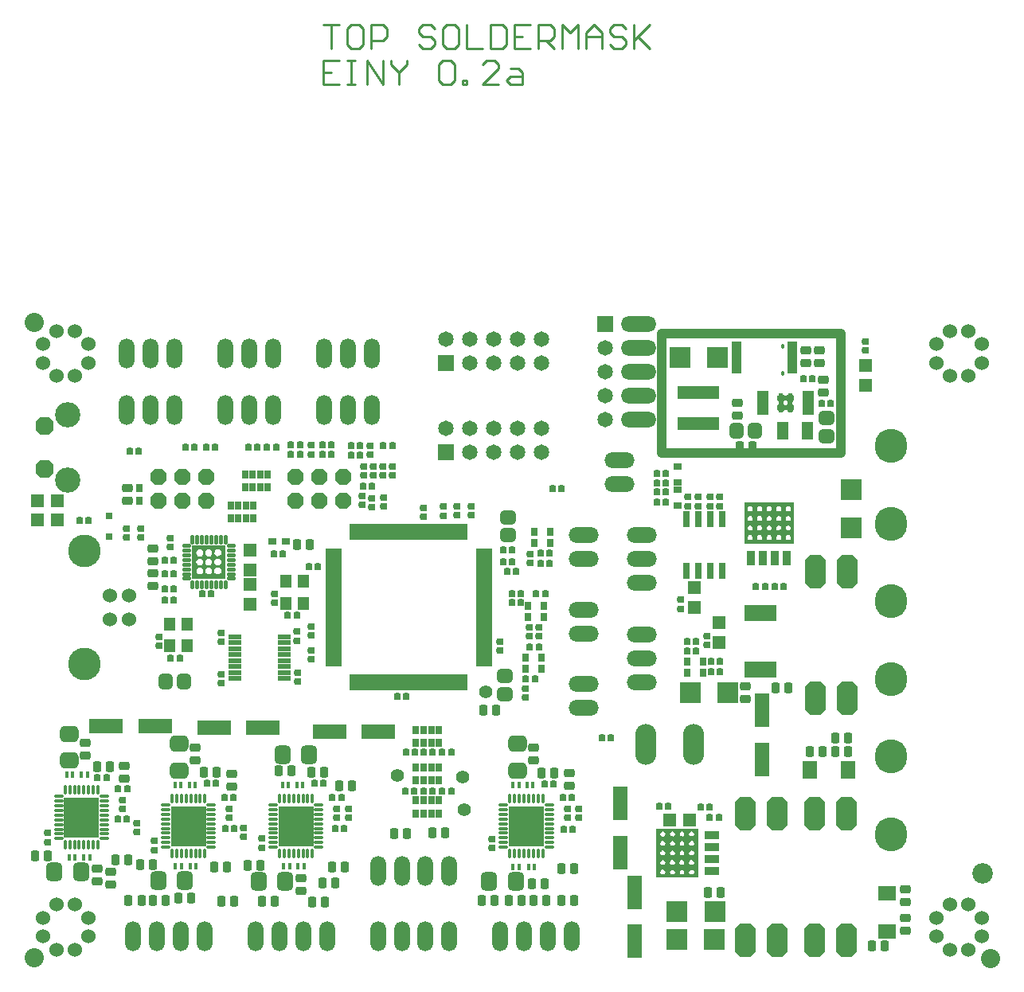
<source format=gts>
G04 Layer_Color=8388736*
%FSLAX25Y25*%
%MOIN*%
G70*
G01*
G75*
%ADD27C,0.06000*%
%ADD60C,0.01000*%
%ADD76C,0.01500*%
%ADD179C,0.03937*%
%ADD180R,0.04600X0.01300*%
%ADD181R,0.05300X0.01700*%
G04:AMPARAMS|DCode=182|XSize=28mil|YSize=30mil|CornerRadius=7.4mil|HoleSize=0mil|Usage=FLASHONLY|Rotation=0.000|XOffset=0mil|YOffset=0mil|HoleType=Round|Shape=RoundedRectangle|*
%AMROUNDEDRECTD182*
21,1,0.02800,0.01520,0,0,0.0*
21,1,0.01320,0.03000,0,0,0.0*
1,1,0.01480,0.00660,-0.00760*
1,1,0.01480,-0.00660,-0.00760*
1,1,0.01480,-0.00660,0.00760*
1,1,0.01480,0.00660,0.00760*
%
%ADD182ROUNDEDRECTD182*%
%ADD183R,0.02962X0.03750*%
G04:AMPARAMS|DCode=184|XSize=28mil|YSize=30mil|CornerRadius=7.4mil|HoleSize=0mil|Usage=FLASHONLY|Rotation=90.000|XOffset=0mil|YOffset=0mil|HoleType=Round|Shape=RoundedRectangle|*
%AMROUNDEDRECTD184*
21,1,0.02800,0.01520,0,0,90.0*
21,1,0.01320,0.03000,0,0,90.0*
1,1,0.01480,0.00760,0.00660*
1,1,0.01480,0.00760,-0.00660*
1,1,0.01480,-0.00760,-0.00660*
1,1,0.01480,-0.00760,0.00660*
%
%ADD184ROUNDEDRECTD184*%
%ADD185R,0.02600X0.03200*%
%ADD186R,0.06112X0.13986*%
G04:AMPARAMS|DCode=187|XSize=35.13mil|YSize=45.37mil|CornerRadius=8.83mil|HoleSize=0mil|Usage=FLASHONLY|Rotation=0.000|XOffset=0mil|YOffset=0mil|HoleType=Round|Shape=RoundedRectangle|*
%AMROUNDEDRECTD187*
21,1,0.03513,0.02772,0,0,0.0*
21,1,0.01748,0.04537,0,0,0.0*
1,1,0.01765,0.00874,-0.01386*
1,1,0.01765,-0.00874,-0.01386*
1,1,0.01765,-0.00874,0.01386*
1,1,0.01765,0.00874,0.01386*
%
%ADD187ROUNDEDRECTD187*%
G04:AMPARAMS|DCode=188|XSize=69mil|YSize=77mil|CornerRadius=18.75mil|HoleSize=0mil|Usage=FLASHONLY|Rotation=90.000|XOffset=0mil|YOffset=0mil|HoleType=Round|Shape=RoundedRectangle|*
%AMROUNDEDRECTD188*
21,1,0.06900,0.03950,0,0,90.0*
21,1,0.03150,0.07700,0,0,90.0*
1,1,0.03750,0.01975,0.01575*
1,1,0.03750,0.01975,-0.01575*
1,1,0.03750,-0.01975,-0.01575*
1,1,0.03750,-0.01975,0.01575*
%
%ADD188ROUNDEDRECTD188*%
G04:AMPARAMS|DCode=189|XSize=35.13mil|YSize=45.37mil|CornerRadius=8.83mil|HoleSize=0mil|Usage=FLASHONLY|Rotation=270.000|XOffset=0mil|YOffset=0mil|HoleType=Round|Shape=RoundedRectangle|*
%AMROUNDEDRECTD189*
21,1,0.03513,0.02772,0,0,270.0*
21,1,0.01748,0.04537,0,0,270.0*
1,1,0.01765,-0.01386,-0.00874*
1,1,0.01765,-0.01386,0.00874*
1,1,0.01765,0.01386,0.00874*
1,1,0.01765,0.01386,-0.00874*
%
%ADD189ROUNDEDRECTD189*%
G04:AMPARAMS|DCode=190|XSize=69mil|YSize=77mil|CornerRadius=18.75mil|HoleSize=0mil|Usage=FLASHONLY|Rotation=180.000|XOffset=0mil|YOffset=0mil|HoleType=Round|Shape=RoundedRectangle|*
%AMROUNDEDRECTD190*
21,1,0.06900,0.03950,0,0,180.0*
21,1,0.03150,0.07700,0,0,180.0*
1,1,0.03750,-0.01575,0.01975*
1,1,0.03750,0.01575,0.01975*
1,1,0.03750,0.01575,-0.01975*
1,1,0.03750,-0.01575,-0.01975*
%
%ADD190ROUNDEDRECTD190*%
%ADD191R,0.14773X0.16742*%
%ADD192O,0.01584X0.03947*%
%ADD193O,0.03947X0.01584*%
%ADD194R,0.13986X0.06112*%
%ADD195R,0.06200X0.03400*%
%ADD196R,0.04143X0.13592*%
%ADD197R,0.03000X0.03000*%
%ADD198R,0.06800X0.02000*%
%ADD199R,0.02000X0.06800*%
%ADD200R,0.05400X0.05400*%
%ADD201R,0.05400X0.05400*%
G04:AMPARAMS|DCode=202|XSize=14.96mil|YSize=35.43mil|CornerRadius=6.38mil|HoleSize=0mil|Usage=FLASHONLY|Rotation=180.000|XOffset=0mil|YOffset=0mil|HoleType=Round|Shape=RoundedRectangle|*
%AMROUNDEDRECTD202*
21,1,0.01496,0.02268,0,0,180.0*
21,1,0.00221,0.03543,0,0,180.0*
1,1,0.01276,-0.00110,0.01134*
1,1,0.01276,0.00110,0.01134*
1,1,0.01276,0.00110,-0.01134*
1,1,0.01276,-0.00110,-0.01134*
%
%ADD202ROUNDEDRECTD202*%
G04:AMPARAMS|DCode=203|XSize=14.96mil|YSize=35.43mil|CornerRadius=6.38mil|HoleSize=0mil|Usage=FLASHONLY|Rotation=270.000|XOffset=0mil|YOffset=0mil|HoleType=Round|Shape=RoundedRectangle|*
%AMROUNDEDRECTD203*
21,1,0.01496,0.02268,0,0,270.0*
21,1,0.00221,0.03543,0,0,270.0*
1,1,0.01276,-0.01134,-0.00110*
1,1,0.01276,-0.01134,0.00110*
1,1,0.01276,0.01134,0.00110*
1,1,0.01276,0.01134,-0.00110*
%
%ADD203ROUNDEDRECTD203*%
%ADD204R,0.04800X0.05800*%
%ADD205R,0.03400X0.06200*%
G04:AMPARAMS|DCode=206|XSize=58mil|YSize=66mil|CornerRadius=16mil|HoleSize=0mil|Usage=FLASHONLY|Rotation=180.000|XOffset=0mil|YOffset=0mil|HoleType=Round|Shape=RoundedRectangle|*
%AMROUNDEDRECTD206*
21,1,0.05800,0.03400,0,0,180.0*
21,1,0.02600,0.06600,0,0,180.0*
1,1,0.03200,-0.01300,0.01700*
1,1,0.03200,0.01300,0.01700*
1,1,0.03200,0.01300,-0.01700*
1,1,0.03200,-0.01300,-0.01700*
%
%ADD206ROUNDEDRECTD206*%
%ADD207R,0.13200X0.06900*%
G04:AMPARAMS|DCode=208|XSize=80mil|YSize=80mil|CornerRadius=40mil|HoleSize=0mil|Usage=FLASHONLY|Rotation=0.000|XOffset=0mil|YOffset=0mil|HoleType=Round|Shape=RoundedRectangle|*
%AMROUNDEDRECTD208*
21,1,0.08000,0.00000,0,0,0.0*
21,1,0.00000,0.08000,0,0,0.0*
1,1,0.08000,0.00000,0.00000*
1,1,0.08000,0.00000,0.00000*
1,1,0.08000,0.00000,0.00000*
1,1,0.08000,0.00000,0.00000*
%
%ADD208ROUNDEDRECTD208*%
%ADD209R,0.08500X0.08500*%
%ADD210R,0.08500X0.08500*%
%ADD211R,0.05600X0.02100*%
G04:AMPARAMS|DCode=212|XSize=58mil|YSize=66mil|CornerRadius=16mil|HoleSize=0mil|Usage=FLASHONLY|Rotation=270.000|XOffset=0mil|YOffset=0mil|HoleType=Round|Shape=RoundedRectangle|*
%AMROUNDEDRECTD212*
21,1,0.05800,0.03400,0,0,270.0*
21,1,0.02600,0.06600,0,0,270.0*
1,1,0.03200,-0.01700,-0.01300*
1,1,0.03200,-0.01700,0.01300*
1,1,0.03200,0.01700,0.01300*
1,1,0.03200,0.01700,-0.01300*
%
%ADD212ROUNDEDRECTD212*%
%ADD213R,0.03400X0.02600*%
%ADD214R,0.02600X0.03400*%
%ADD215R,0.06033X0.07687*%
%ADD216R,0.07687X0.06033*%
%ADD217R,0.04931X0.07293*%
%ADD218R,0.17332X0.05246*%
%ADD219R,0.04816X0.01981*%
%ADD220R,0.03000X0.06600*%
%ADD221R,0.03750X0.02962*%
%ADD222R,0.01772X0.02756*%
G04:AMPARAMS|DCode=223|XSize=56mil|YSize=56mil|CornerRadius=28mil|HoleSize=0mil|Usage=FLASHONLY|Rotation=90.000|XOffset=0mil|YOffset=0mil|HoleType=Round|Shape=RoundedRectangle|*
%AMROUNDEDRECTD223*
21,1,0.05600,0.00000,0,0,90.0*
21,1,0.00000,0.05600,0,0,90.0*
1,1,0.05600,0.00000,0.00000*
1,1,0.05600,0.00000,0.00000*
1,1,0.05600,0.00000,0.00000*
1,1,0.05600,0.00000,0.00000*
%
%ADD223ROUNDEDRECTD223*%
%ADD224O,0.12600X0.06600*%
%ADD225R,0.06506X0.06506*%
%ADD226C,0.06506*%
G04:AMPARAMS|DCode=227|XSize=139mil|YSize=89mil|CornerRadius=0mil|HoleSize=0mil|Usage=FLASHONLY|Rotation=90.000|XOffset=0mil|YOffset=0mil|HoleType=Round|Shape=Octagon|*
%AMOCTAGOND227*
4,1,8,0.02225,0.06950,-0.02225,0.06950,-0.04450,0.04725,-0.04450,-0.04725,-0.02225,-0.06950,0.02225,-0.06950,0.04450,-0.04725,0.04450,0.04725,0.02225,0.06950,0.0*
%
%ADD227OCTAGOND227*%

%ADD228O,0.08850X0.17100*%
%ADD229O,0.06600X0.12600*%
%ADD230P,0.08226X8X292.5*%
%ADD231C,0.10600*%
%ADD232C,0.13650*%
%ADD233P,0.07360X8X22.5*%
%ADD234C,0.08600*%
%ADD235O,0.14773X0.06506*%
%ADD236R,0.06506X0.06506*%
%ADD237O,0.13600X0.14200*%
%ADD238C,0.01800*%
G36*
X86588Y176400D02*
Y172600D01*
X85708Y172600D01*
X86588D01*
Y168800D01*
X86004Y168800D01*
X86588D01*
Y165513D01*
X72612D01*
Y168900D01*
X73542Y168900D01*
X72612D01*
Y172600D01*
X73492Y172600D01*
X72612D01*
Y176400D01*
Y179588D01*
X86588D01*
Y176400D01*
D02*
G37*
G36*
X324450Y194712D02*
Y190775D01*
Y186739D01*
Y182802D01*
Y180046D01*
X303977D01*
Y182802D01*
Y186739D01*
Y190775D01*
Y194810D01*
Y197665D01*
X324450D01*
Y194712D01*
D02*
G37*
G36*
X284512Y40532D02*
X266894D01*
Y61004D01*
X284512D01*
Y40532D01*
D02*
G37*
G36*
X323923Y243096D02*
X323938Y242942D01*
X324056Y242659D01*
X324273Y242441D01*
X324557Y242324D01*
X324710Y242309D01*
Y240242D01*
X324576Y240229D01*
X324327Y240126D01*
X324137Y239935D01*
X324035Y239687D01*
X324021Y239553D01*
Y239159D01*
X323923D01*
Y239061D01*
X323938Y238907D01*
X324056Y238623D01*
X324273Y238406D01*
X324557Y238288D01*
X324710Y238273D01*
Y236305D01*
X324557Y236290D01*
X324273Y236172D01*
X324056Y235955D01*
X323938Y235671D01*
X323923Y235517D01*
Y235320D01*
X322151D01*
X322132Y235512D01*
X321985Y235867D01*
X321714Y236139D01*
X321359Y236286D01*
X321167Y236305D01*
X320970D01*
X320778Y236286D01*
X320423Y236139D01*
X320152Y235867D01*
X320005Y235512D01*
X319986Y235320D01*
X318214D01*
Y235419D01*
X318199Y235573D01*
X318081Y235856D01*
X317864Y236074D01*
X317580Y236191D01*
X317427Y236206D01*
Y238273D01*
X317561Y238286D01*
X317810Y238389D01*
X318000Y238579D01*
X318103Y238828D01*
X318116Y238962D01*
Y239356D01*
X318214D01*
Y239454D01*
X318199Y239608D01*
X318081Y239892D01*
X317864Y240109D01*
X317580Y240227D01*
X317427Y240242D01*
Y242210D01*
X317580Y242225D01*
X317864Y242343D01*
X318081Y242560D01*
X318199Y242844D01*
X318214Y242998D01*
Y243195D01*
X319986D01*
X320005Y243002D01*
X320152Y242648D01*
X320423Y242376D01*
X320778Y242229D01*
X320970Y242210D01*
X321167D01*
X321359Y242229D01*
X321714Y242376D01*
X321985Y242648D01*
X322132Y243002D01*
X322151Y243195D01*
X323923D01*
Y243096D01*
D02*
G37*
%LPC*%
G36*
X79650Y170227D02*
X79599Y170217D01*
X79601Y170215D01*
X79550Y170226D01*
X79062Y170128D01*
X78648Y169852D01*
X78372Y169438D01*
X78285Y169001D01*
X78300Y169000D01*
Y168900D01*
X78295D01*
X78275Y168800D01*
X78375Y168293D01*
X78663Y167863D01*
X79093Y167575D01*
X79600Y167474D01*
X79600Y167475D01*
X79600Y167473D01*
X79600Y167473D01*
X80146Y167581D01*
X80609Y167891D01*
X80919Y168354D01*
X81027Y168900D01*
X81027Y168900D01*
X81000Y168900D01*
X81436Y168900D01*
X81017Y168901D01*
X80923Y169377D01*
X80624Y169824D01*
X80177Y170123D01*
X79650Y170227D01*
D02*
G37*
G36*
X75900Y174027D02*
X75900Y174027D01*
X75900Y174000D01*
X75800Y174027D01*
X75800Y174027D01*
X75254Y173919D01*
X74791Y173609D01*
X74481Y173146D01*
X74373Y172600D01*
X74373Y172600D01*
D01*
Y172600D01*
X74400D01*
X74373Y172600D01*
Y172600D01*
X74373Y172600D01*
X74481Y172054D01*
X74791Y171591D01*
X75254Y171281D01*
X75800Y171173D01*
X75800Y171173D01*
X75799Y171181D01*
X75850Y171171D01*
X76416Y171283D01*
X76896Y171604D01*
X77217Y172084D01*
X77319Y172599D01*
X77300Y172600D01*
X77327Y172600D01*
X77327Y172600D01*
X77219Y173146D01*
X76909Y173609D01*
X76446Y173919D01*
X75900Y174027D01*
D02*
G37*
G36*
X75850Y170227D02*
X75799Y170217D01*
X75801Y170215D01*
X75750Y170226D01*
X75262Y170128D01*
X74848Y169852D01*
X74572Y169438D01*
X74484Y169001D01*
X74500Y169000D01*
Y168900D01*
X74473D01*
X74473Y168900D01*
X74581Y168354D01*
X74891Y167891D01*
X75354Y167581D01*
X75900Y167473D01*
X75900Y167473D01*
X75899Y167485D01*
X75950Y167474D01*
X76438Y167572D01*
X76852Y167848D01*
X77128Y168262D01*
X77215Y168699D01*
X77200Y168700D01*
Y168900D01*
X77750D01*
X77217Y168901D01*
X77123Y169377D01*
X76824Y169824D01*
X76377Y170123D01*
X75850Y170227D01*
D02*
G37*
G36*
X83350Y170329D02*
X82784Y170217D01*
X82304Y169896D01*
X81983Y169416D01*
X81881Y168901D01*
X81881D01*
Y168901D01*
X81900Y168900D01*
X81881Y168900D01*
X81871Y168850D01*
X81983Y168284D01*
X82304Y167804D01*
X82784Y167483D01*
X83299Y167381D01*
X83299Y167381D01*
X83350Y167371D01*
X83916Y167483D01*
X84396Y167804D01*
X84717Y168284D01*
X84819Y168799D01*
X84819D01*
Y168799D01*
X84800Y168800D01*
X84819D01*
X84829Y168850D01*
X84717Y169416D01*
X84396Y169896D01*
X83916Y170217D01*
X83401Y170319D01*
X83401Y170319D01*
X83350Y170329D01*
D02*
G37*
G36*
X83400Y174027D02*
X83400Y174027D01*
X83400Y174000D01*
X83300Y174027D01*
X83300Y174027D01*
X82754Y173919D01*
X82291Y173609D01*
X81981Y173146D01*
X81873Y172600D01*
X81873Y172600D01*
D01*
Y172600D01*
X81900D01*
X81873Y172600D01*
Y172600D01*
X81873Y172600D01*
X81981Y172054D01*
X82291Y171591D01*
X82754Y171281D01*
X83300Y171173D01*
X83300Y171173D01*
X83299Y171181D01*
X83350Y171171D01*
X83916Y171283D01*
X84396Y171604D01*
X84717Y172084D01*
X84819Y172599D01*
X84800Y172600D01*
X84827D01*
X84827Y172600D01*
X84719Y173146D01*
X84409Y173609D01*
X83946Y173919D01*
X83400Y174027D01*
D02*
G37*
G36*
X79600Y177827D02*
X79600Y177827D01*
X79600D01*
X79600D01*
X79600D01*
X79600Y177827D01*
X79054Y177719D01*
X78591Y177409D01*
X78281Y176946D01*
X78173Y176401D01*
X78181Y176401D01*
X78181Y176400D01*
X78200Y176400D01*
X78181Y176400D01*
X78171Y176350D01*
X78283Y175784D01*
X78604Y175304D01*
X79084Y174983D01*
X79599Y174881D01*
X79600Y174873D01*
X79600Y174873D01*
X80146Y174981D01*
X80609Y175291D01*
X80919Y175754D01*
X81027Y176300D01*
X81027Y176300D01*
X81000Y176300D01*
Y176400D01*
X81027Y176400D01*
X81027Y176400D01*
X80919Y176946D01*
X80609Y177409D01*
X80146Y177719D01*
X79600Y177827D01*
D02*
G37*
G36*
X79650Y174027D02*
X79599Y174017D01*
X79601Y174018D01*
X79553Y174027D01*
X79025Y173922D01*
X78577Y173623D01*
X78278Y173175D01*
X78173Y172647D01*
X78182Y172601D01*
X78183D01*
X78183Y172600D01*
X78200D01*
X78183Y172599D01*
X78173Y172550D01*
X78277Y172023D01*
X78576Y171576D01*
X79023Y171277D01*
X79499Y171183D01*
X79499Y171181D01*
X79550Y171171D01*
X80116Y171283D01*
X80596Y171604D01*
X80917Y172084D01*
X81019Y172599D01*
X81000Y172600D01*
X81017Y172701D01*
X80923Y173177D01*
X80624Y173624D01*
X80177Y173923D01*
X79650Y174027D01*
D02*
G37*
G36*
X83350Y177829D02*
X83299Y177819D01*
X83299Y177817D01*
X82823Y177723D01*
X82376Y177424D01*
X82077Y176977D01*
X81973Y176450D01*
X81982Y176401D01*
X81983D01*
X81983Y176400D01*
D01*
D01*
X81973Y176350D01*
X82077Y175823D01*
X82376Y175376D01*
X82823Y175077D01*
X83299Y174983D01*
X83299Y174981D01*
X83350Y174971D01*
X83916Y175083D01*
X84396Y175404D01*
X84717Y175884D01*
X84819Y176399D01*
X84800Y176400D01*
X85998D01*
X84819Y176401D01*
X84717Y176916D01*
X84396Y177396D01*
X83916Y177717D01*
X83350Y177829D01*
D02*
G37*
G36*
X75850D02*
X75799Y177819D01*
X75800Y177827D01*
X75800Y177827D01*
X75254Y177719D01*
X74791Y177409D01*
X74481Y176946D01*
X74373Y176400D01*
X74373Y176400D01*
X74400D01*
X74373Y176400D01*
Y176400D01*
X74371D01*
X74371Y176400D01*
X74487Y175815D01*
X74818Y175319D01*
X75315Y174987D01*
X75900Y174871D01*
X75900Y174871D01*
Y174873D01*
X75900Y174873D01*
X76448Y174981D01*
X76912Y175292D01*
X77222Y175756D01*
X77331Y176303D01*
X77312Y176400D01*
X77300Y176400D01*
X77311Y176401D01*
X77312Y176400D01*
X77747Y176400D01*
X77319Y176401D01*
X77217Y176916D01*
X76896Y177396D01*
X76416Y177717D01*
X75850Y177829D01*
D02*
G37*
%LPD*%
G36*
X81983Y176399D02*
X81983Y176400D01*
X82000D01*
X81983Y176399D01*
D02*
G37*
%LPC*%
G36*
X310276Y191956D02*
X310065Y191935D01*
X309675Y191773D01*
X309376Y191475D01*
X309214Y191084D01*
X309194Y190873D01*
Y190775D01*
X309213Y190583D01*
X309360Y190228D01*
X309631Y189956D01*
X309986Y189810D01*
X310178Y189791D01*
X310385Y189811D01*
X310768Y189970D01*
X311061Y190262D01*
X311219Y190645D01*
X311232Y190775D01*
X311162D01*
Y191070D01*
X311145Y191243D01*
X311013Y191562D01*
X310769Y191807D01*
X310449Y191939D01*
X310276Y191956D01*
D02*
G37*
G36*
X314213Y191858D02*
X314021Y191839D01*
X313667Y191692D01*
X313395Y191420D01*
X313248Y191065D01*
X313229Y190873D01*
Y190775D01*
X313159D01*
X313172Y190645D01*
X313331Y190262D01*
X313623Y189970D01*
X314006Y189811D01*
X314213Y189791D01*
X314409Y189810D01*
X314770Y189959D01*
X315046Y190236D01*
X315196Y190597D01*
X315213Y190775D01*
X315198D01*
Y190873D01*
X315179Y191065D01*
X315032Y191420D01*
X314760Y191692D01*
X314405Y191839D01*
X314213Y191858D01*
D02*
G37*
G36*
X318249D02*
X318057Y191839D01*
X317702Y191692D01*
X317430Y191420D01*
X317284Y191065D01*
X317265Y190873D01*
Y190775D01*
X317166D01*
X317185Y190583D01*
X317332Y190228D01*
X317604Y189956D01*
X317958Y189810D01*
X318150Y189791D01*
X318365Y189812D01*
X318763Y189976D01*
X319067Y190280D01*
X319231Y190677D01*
X319241Y190775D01*
X319233D01*
Y190873D01*
X319214Y191065D01*
X319067Y191420D01*
X318796Y191692D01*
X318441Y191839D01*
X318249Y191858D01*
D02*
G37*
G36*
Y187822D02*
X318057Y187803D01*
X317702Y187656D01*
X317430Y187385D01*
X317284Y187030D01*
X317265Y186838D01*
Y186739D01*
X317176D01*
X317185Y186646D01*
X317332Y186291D01*
X317604Y186019D01*
X317958Y185872D01*
X318150Y185854D01*
X318365Y185875D01*
X318763Y186039D01*
X319067Y186343D01*
X319231Y186741D01*
X319233Y186760D01*
Y186838D01*
X319214Y187030D01*
X319067Y187385D01*
X318796Y187656D01*
X318441Y187803D01*
X318249Y187822D01*
D02*
G37*
G36*
X322186D02*
X321994Y187803D01*
X321639Y187656D01*
X321368Y187385D01*
X321220Y187030D01*
X321202Y186838D01*
Y186739D01*
X321123D01*
X321124Y186725D01*
X321286Y186335D01*
X321584Y186036D01*
X321975Y185874D01*
X322186Y185854D01*
X322393Y185874D01*
X322776Y186032D01*
X323069Y186326D01*
X323227Y186708D01*
X323230Y186739D01*
X323170D01*
Y186838D01*
X323151Y187030D01*
X323004Y187385D01*
X322733Y187656D01*
X322378Y187803D01*
X322186Y187822D01*
D02*
G37*
G36*
X306241Y191858D02*
X306049Y191839D01*
X305694Y191692D01*
X305423Y191420D01*
X305276Y191065D01*
X305257Y190873D01*
Y190775D01*
X305167D01*
X305178Y190663D01*
X305340Y190272D01*
X305639Y189973D01*
X306030Y189811D01*
X306241Y189791D01*
X306435Y189810D01*
X306795Y189959D01*
X307069Y190233D01*
X307218Y190593D01*
X307236Y190775D01*
X307127D01*
Y190972D01*
X307110Y191145D01*
X306978Y191464D01*
X306733Y191708D01*
X306414Y191840D01*
X306241Y191858D01*
D02*
G37*
G36*
X322186D02*
X321994Y191839D01*
X321639Y191692D01*
X321368Y191420D01*
X321220Y191065D01*
X321202Y190873D01*
Y190775D01*
X321113D01*
X321124Y190662D01*
X321286Y190272D01*
X321584Y189973D01*
X321975Y189811D01*
X322186Y189791D01*
X322393Y189811D01*
X322776Y189970D01*
X323069Y190262D01*
X323227Y190645D01*
X323240Y190775D01*
X323170D01*
Y190873D01*
X323151Y191065D01*
X323004Y191420D01*
X322733Y191692D01*
X322378Y191839D01*
X322186Y191858D01*
D02*
G37*
G36*
X318249Y195991D02*
X318038Y195970D01*
X317647Y195809D01*
X317349Y195510D01*
X317187Y195120D01*
X317166Y194909D01*
Y194810D01*
X317185Y194618D01*
X317332Y194263D01*
X317604Y193992D01*
X317958Y193845D01*
X318150Y193826D01*
X318365Y193847D01*
X318763Y194012D01*
X319067Y194316D01*
X319231Y194713D01*
X319233Y194732D01*
Y195007D01*
X319214Y195199D01*
X319067Y195554D01*
X318796Y195826D01*
X318441Y195972D01*
X318249Y195991D01*
D02*
G37*
G36*
X322186D02*
X321975Y195970D01*
X321584Y195809D01*
X321286Y195510D01*
X321124Y195120D01*
X321103Y194909D01*
X321124Y194697D01*
X321286Y194307D01*
X321584Y194008D01*
X321975Y193847D01*
X322186Y193826D01*
X322393Y193846D01*
X322776Y194005D01*
X323069Y194298D01*
X323227Y194681D01*
X323248Y194888D01*
Y195120D01*
X323248Y195120D01*
X323086Y195510D01*
X322787Y195809D01*
X322397Y195970D01*
X322186Y195991D01*
D02*
G37*
G36*
X306234Y195984D02*
X306219Y195915D01*
X306008Y195894D01*
X305618Y195732D01*
X305319Y195434D01*
X305157Y195043D01*
X305157D01*
Y194910D01*
X305178Y194698D01*
X305340Y194308D01*
X305639Y194009D01*
X306030Y193847D01*
X306241Y193826D01*
X306435Y193845D01*
X306795Y193994D01*
X307069Y194269D01*
X307218Y194628D01*
X307236Y194810D01*
X307225D01*
X307218Y195000D01*
X307199Y195192D01*
X307052Y195547D01*
X306781Y195818D01*
X306426Y195965D01*
X306234Y195984D01*
D02*
G37*
G36*
X310178Y195991D02*
X309986Y195972D01*
X309631Y195826D01*
X309360Y195554D01*
X309213Y195199D01*
X309194Y195007D01*
Y194927D01*
Y194909D01*
Y194810D01*
X309213Y194618D01*
X309360Y194263D01*
X309631Y193992D01*
X309986Y193845D01*
X310178Y193826D01*
X310385Y193846D01*
X310768Y194005D01*
X311061Y194298D01*
X311219Y194681D01*
X311240Y194888D01*
Y195120D01*
X311240Y195120D01*
X311078Y195510D01*
X310779Y195809D01*
X310389Y195970D01*
X310178Y195991D01*
D02*
G37*
G36*
X314312Y195893D02*
X314213D01*
X314002Y195872D01*
X313612Y195710D01*
X313313Y195412D01*
X313152Y195021D01*
Y194888D01*
X313172Y194681D01*
X313331Y194298D01*
X313623Y194005D01*
X314006Y193846D01*
X314213Y193826D01*
X314409Y193845D01*
X314770Y193995D01*
X315046Y194271D01*
X315196Y194632D01*
X315204Y194712D01*
X315198D01*
Y195007D01*
X315181Y195180D01*
X315048Y195499D01*
X314804Y195744D01*
X314485Y195876D01*
X314312Y195893D01*
D02*
G37*
G36*
X306241Y183885D02*
X306049Y183866D01*
X305694Y183719D01*
X305423Y183448D01*
X305276Y183093D01*
X305257Y182901D01*
Y182802D01*
X305158D01*
Y182802D01*
X305179Y182591D01*
X305341Y182201D01*
X305639Y181902D01*
X306030Y181740D01*
X306241Y181720D01*
X306452Y181740D01*
X306842Y181902D01*
X307141Y182201D01*
X307303Y182591D01*
X307324Y182802D01*
Y182802D01*
X307127D01*
Y182999D01*
X307110Y183172D01*
X306978Y183491D01*
X306733Y183736D01*
X306414Y183868D01*
X306241Y183885D01*
D02*
G37*
G36*
X310276Y183984D02*
X310065Y183963D01*
X309675Y183801D01*
X309376Y183502D01*
X309214Y183112D01*
X309194Y182901D01*
Y182802D01*
Y182704D01*
X309213Y182512D01*
X309360Y182157D01*
X309631Y181886D01*
X309986Y181739D01*
X310178Y181720D01*
X310389Y181740D01*
X310779Y181902D01*
X311078Y182201D01*
X311240Y182591D01*
X311261Y182802D01*
Y182802D01*
X311162D01*
Y183098D01*
X311145Y183271D01*
X311013Y183590D01*
X310769Y183834D01*
X310449Y183966D01*
X310276Y183984D01*
D02*
G37*
G36*
X306241Y187822D02*
X306049Y187803D01*
X305694Y187656D01*
X305423Y187385D01*
X305276Y187030D01*
X305257Y186838D01*
Y186739D01*
X305177D01*
X305178Y186726D01*
X305340Y186335D01*
X305639Y186036D01*
X306030Y185874D01*
X306241Y185854D01*
X306435Y185873D01*
X306795Y186021D01*
X307069Y186296D01*
X307218Y186656D01*
X307227Y186739D01*
X307127D01*
Y186936D01*
X307110Y187109D01*
X306978Y187428D01*
X306733Y187673D01*
X306414Y187805D01*
X306241Y187822D01*
D02*
G37*
G36*
X310276Y187920D02*
X310065Y187900D01*
X309675Y187738D01*
X309376Y187439D01*
X309214Y187049D01*
X309194Y186838D01*
X309213Y186646D01*
X309360Y186291D01*
X309631Y186019D01*
X309986Y185872D01*
X310178Y185854D01*
X310385Y185874D01*
X310768Y186032D01*
X311061Y186326D01*
X311219Y186708D01*
X311223Y186739D01*
X311162D01*
Y187035D01*
X311145Y187207D01*
X311013Y187527D01*
X310769Y187771D01*
X310449Y187903D01*
X310276Y187920D01*
D02*
G37*
G36*
X314213Y187822D02*
X314021Y187803D01*
X313667Y187656D01*
X313395Y187385D01*
X313248Y187030D01*
X313229Y186838D01*
Y186739D01*
X313169D01*
X313172Y186708D01*
X313331Y186326D01*
X313623Y186032D01*
X314006Y185874D01*
X314213Y185854D01*
X314409Y185873D01*
X314770Y186022D01*
X315046Y186299D01*
X315196Y186660D01*
X315204Y186739D01*
X315198D01*
Y186838D01*
X315179Y187030D01*
X315032Y187385D01*
X314760Y187656D01*
X314405Y187803D01*
X314213Y187822D01*
D02*
G37*
G36*
X322186Y183885D02*
X321994Y183866D01*
X321639Y183719D01*
X321368Y183448D01*
X321220Y183093D01*
X321202Y182901D01*
Y182901D01*
X321209Y182711D01*
X321228Y182519D01*
X321374Y182164D01*
X321646Y181893D01*
X322001Y181746D01*
X322193Y181727D01*
X322208Y181796D01*
X322419Y181817D01*
X322809Y181979D01*
X323108Y182277D01*
X323270Y182668D01*
X323283Y182802D01*
X323170D01*
Y182901D01*
X323151Y183093D01*
X323004Y183448D01*
X322733Y183719D01*
X322378Y183866D01*
X322186Y183885D01*
D02*
G37*
G36*
X318249D02*
X318057Y183866D01*
X317702Y183719D01*
X317430Y183448D01*
X317284Y183093D01*
X317265Y182901D01*
Y182802D01*
X317166D01*
Y182802D01*
X317187Y182591D01*
X317349Y182201D01*
X317647Y181902D01*
X318038Y181740D01*
X318249Y181720D01*
X318441Y181739D01*
X318796Y181886D01*
X319067Y182157D01*
X319214Y182512D01*
X319233Y182704D01*
Y182802D01*
Y182901D01*
X319214Y183093D01*
X319067Y183448D01*
X318796Y183719D01*
X318441Y183866D01*
X318249Y183885D01*
D02*
G37*
G36*
X314213D02*
X314021Y183866D01*
X313667Y183719D01*
X313395Y183448D01*
X313248Y183093D01*
X313229Y182901D01*
Y182802D01*
Y182704D01*
X313246Y182531D01*
X313378Y182212D01*
X313623Y181967D01*
X313942Y181835D01*
X314115Y181818D01*
X314213D01*
X314425Y181839D01*
X314815Y182001D01*
X315114Y182299D01*
X315275Y182690D01*
X315286Y182802D01*
X315198D01*
Y182901D01*
X315179Y183093D01*
X315032Y183448D01*
X314760Y183719D01*
X314405Y183866D01*
X314213Y183885D01*
D02*
G37*
G36*
X273783Y59794D02*
Y59724D01*
X273685D01*
X273493Y59706D01*
X273138Y59558D01*
X272867Y59287D01*
X272720Y58932D01*
X272701Y58740D01*
X272720Y58548D01*
X272867Y58193D01*
X273138Y57922D01*
X273493Y57775D01*
X273685Y57756D01*
X273783D01*
Y57667D01*
X273896Y57678D01*
X274287Y57840D01*
X274585Y58139D01*
X274747Y58529D01*
X274768Y58740D01*
X274747Y58947D01*
X274589Y59330D01*
X274296Y59623D01*
X273913Y59782D01*
X273783Y59794D01*
D02*
G37*
G36*
X269670Y59802D02*
X269439D01*
X269438Y59802D01*
X269048Y59640D01*
X268749Y59342D01*
X268588Y58951D01*
X268567Y58740D01*
X268588Y58529D01*
X268749Y58139D01*
X269048Y57840D01*
X269438Y57678D01*
X269650Y57657D01*
X269861Y57678D01*
X270251Y57840D01*
X270550Y58139D01*
X270711Y58529D01*
X270732Y58740D01*
X270712Y58947D01*
X270553Y59330D01*
X270260Y59623D01*
X269878Y59782D01*
X269670Y59802D01*
D02*
G37*
G36*
X273783Y55795D02*
Y55787D01*
X273685D01*
X273493Y55769D01*
X273138Y55621D01*
X272867Y55350D01*
X272720Y54995D01*
X272701Y54803D01*
X272720Y54611D01*
X272867Y54256D01*
X273138Y53985D01*
X273493Y53838D01*
X273685Y53819D01*
X273783D01*
Y53720D01*
X273975Y53739D01*
X274330Y53886D01*
X274602Y54158D01*
X274749Y54513D01*
X274768Y54705D01*
X274746Y54920D01*
X274582Y55317D01*
X274278Y55621D01*
X273881Y55786D01*
X273783Y55795D01*
D02*
G37*
G36*
X281854Y55787D02*
X281658D01*
X281466Y55769D01*
X281111Y55621D01*
X280839Y55350D01*
X280692Y54995D01*
X280673Y54803D01*
X280692Y54611D01*
X280839Y54256D01*
X281111Y53985D01*
X281465Y53838D01*
X281658Y53819D01*
X281756D01*
Y53720D01*
X281756D01*
X281967Y53741D01*
X282357Y53903D01*
X282656Y54202D01*
X282818Y54592D01*
X282839Y54803D01*
X282820Y54995D01*
X282673Y55350D01*
X282401Y55621D01*
X282046Y55769D01*
X281854Y55787D01*
D02*
G37*
G36*
X277798D02*
X277720D01*
X277529Y55769D01*
X277174Y55621D01*
X276902Y55350D01*
X276755Y54995D01*
X276736Y54803D01*
X276755Y54611D01*
X276902Y54256D01*
X277174Y53985D01*
X277528Y53838D01*
X277720Y53819D01*
X277819D01*
Y53730D01*
X277912Y53739D01*
X278267Y53886D01*
X278539Y54158D01*
X278686Y54513D01*
X278705Y54705D01*
X278683Y54920D01*
X278519Y55317D01*
X278215Y55621D01*
X277818Y55786D01*
X277798Y55787D01*
D02*
G37*
G36*
X277819Y59785D02*
Y59724D01*
X277720D01*
X277528Y59706D01*
X277174Y59558D01*
X276902Y59287D01*
X276755Y58932D01*
X276736Y58740D01*
X276755Y58548D01*
X276902Y58193D01*
X277174Y57922D01*
X277528Y57775D01*
X277720Y57756D01*
X277819D01*
Y57677D01*
X277833Y57678D01*
X278223Y57840D01*
X278522Y58139D01*
X278684Y58529D01*
X278705Y58740D01*
X278684Y58947D01*
X278526Y59330D01*
X278233Y59623D01*
X277850Y59782D01*
X277819Y59785D01*
D02*
G37*
G36*
X281756Y59837D02*
Y59724D01*
X281658D01*
X281465Y59706D01*
X281111Y59558D01*
X280839Y59287D01*
X280692Y58932D01*
X280673Y58740D01*
X280692Y58548D01*
X280839Y58193D01*
X281111Y57922D01*
X281465Y57775D01*
X281658Y57756D01*
X281658D01*
X281847Y57763D01*
X282039Y57782D01*
X282394Y57929D01*
X282666Y58200D01*
X282813Y58555D01*
X282832Y58747D01*
X282762Y58762D01*
X282741Y58973D01*
X282579Y59364D01*
X282281Y59662D01*
X281891Y59824D01*
X281756Y59837D01*
D02*
G37*
G36*
X277819Y43781D02*
Y43681D01*
X277622D01*
X277449Y43664D01*
X277130Y43532D01*
X276886Y43287D01*
X276753Y42968D01*
X276736Y42795D01*
X276755Y42603D01*
X276902Y42248D01*
X277174Y41977D01*
X277528Y41830D01*
X277720Y41811D01*
X277819D01*
Y41731D01*
X277832Y41732D01*
X278223Y41894D01*
X278522Y42193D01*
X278684Y42584D01*
X278705Y42795D01*
X278686Y42990D01*
X278537Y43349D01*
X278262Y43624D01*
X277903Y43773D01*
X277819Y43781D01*
D02*
G37*
G36*
X269670Y47794D02*
X269439D01*
X269438Y47794D01*
X269048Y47633D01*
X268749Y47334D01*
X268588Y46944D01*
X268567Y46732D01*
X268586Y46540D01*
X268733Y46185D01*
X269004Y45914D01*
X269359Y45767D01*
X269551Y45748D01*
X269748D01*
X269940Y45767D01*
X270295Y45914D01*
X270566Y46185D01*
X270713Y46540D01*
X270732Y46732D01*
X270712Y46939D01*
X270553Y47322D01*
X270260Y47615D01*
X269878Y47774D01*
X269670Y47794D01*
D02*
G37*
G36*
X273783Y47787D02*
Y47717D01*
X273488D01*
X273315Y47699D01*
X272996Y47567D01*
X272752Y47323D01*
X272619Y47003D01*
X272602Y46831D01*
X272623Y46619D01*
X272785Y46229D01*
X273083Y45930D01*
X273474Y45769D01*
X273685Y45748D01*
X273783D01*
X273975Y45767D01*
X274330Y45914D01*
X274602Y46185D01*
X274749Y46540D01*
X274768Y46732D01*
X274747Y46939D01*
X274589Y47322D01*
X274296Y47615D01*
X273913Y47774D01*
X273783Y47787D01*
D02*
G37*
G36*
X269748Y43791D02*
Y43780D01*
X269558Y43773D01*
X269366Y43754D01*
X269011Y43607D01*
X268740Y43335D01*
X268593Y42980D01*
X268574Y42788D01*
X268643Y42773D01*
X268664Y42562D01*
X268826Y42172D01*
X269125Y41873D01*
X269515Y41712D01*
X269515D01*
Y41712D01*
X269649D01*
X269860Y41732D01*
X270251Y41894D01*
X270550Y42193D01*
X270711Y42584D01*
X270732Y42795D01*
X270713Y42990D01*
X270564Y43349D01*
X270289Y43624D01*
X269930Y43773D01*
X269748Y43791D01*
D02*
G37*
G36*
X281756Y43878D02*
X281756D01*
Y43681D01*
X281559D01*
X281386Y43664D01*
X281067Y43532D01*
X280822Y43287D01*
X280690Y42968D01*
X280673Y42795D01*
X280692Y42603D01*
X280839Y42248D01*
X281111Y41977D01*
X281465Y41830D01*
X281658Y41811D01*
X281756D01*
Y41713D01*
X281756D01*
X281967Y41733D01*
X282357Y41895D01*
X282656Y42194D01*
X282818Y42584D01*
X282839Y42795D01*
X282818Y43007D01*
X282656Y43397D01*
X282357Y43696D01*
X281967Y43857D01*
X281756Y43878D01*
D02*
G37*
G36*
X273783Y43791D02*
Y43681D01*
X273587D01*
X273414Y43664D01*
X273095Y43532D01*
X272850Y43287D01*
X272718Y42968D01*
X272701Y42795D01*
X272720Y42603D01*
X272867Y42248D01*
X273138Y41977D01*
X273493Y41830D01*
X273685Y41811D01*
X273783D01*
Y41721D01*
X273895Y41732D01*
X274286Y41894D01*
X274585Y42193D01*
X274747Y42584D01*
X274768Y42795D01*
X274748Y42990D01*
X274600Y43349D01*
X274325Y43624D01*
X273966Y43773D01*
X273783Y43791D01*
D02*
G37*
G36*
X281756Y47815D02*
X281756D01*
Y47717D01*
X281461D01*
X281288Y47699D01*
X280968Y47567D01*
X280724Y47323D01*
X280592Y47003D01*
X280575Y46831D01*
X280596Y46619D01*
X280757Y46229D01*
X281056Y45930D01*
X281446Y45769D01*
X281658Y45748D01*
X281854D01*
X282046Y45767D01*
X282401Y45914D01*
X282673Y46185D01*
X282820Y46540D01*
X282839Y46732D01*
X282818Y46944D01*
X282656Y47334D01*
X282357Y47633D01*
X281967Y47794D01*
X281756Y47815D01*
D02*
G37*
G36*
X277819Y51758D02*
Y51752D01*
X277720D01*
X277528Y51733D01*
X277174Y51586D01*
X276902Y51315D01*
X276755Y50960D01*
X276736Y50768D01*
X276755Y50576D01*
X276902Y50221D01*
X277174Y49949D01*
X277528Y49802D01*
X277720Y49783D01*
X277819D01*
Y49723D01*
X277850Y49726D01*
X278233Y49885D01*
X278526Y50178D01*
X278684Y50560D01*
X278705Y50768D01*
X278685Y50963D01*
X278536Y51324D01*
X278259Y51600D01*
X277899Y51750D01*
X277819Y51758D01*
D02*
G37*
G36*
X281756Y51841D02*
Y51752D01*
X281658D01*
X281465Y51733D01*
X281111Y51586D01*
X280839Y51315D01*
X280692Y50960D01*
X280673Y50768D01*
X280692Y50576D01*
X280839Y50221D01*
X281111Y49949D01*
X281465Y49802D01*
X281658Y49783D01*
X281854D01*
X282027Y49801D01*
X282347Y49933D01*
X282591Y50177D01*
X282723Y50496D01*
X282740Y50669D01*
Y50768D01*
X282719Y50979D01*
X282558Y51369D01*
X282259Y51668D01*
X281869Y51830D01*
X281756Y51841D01*
D02*
G37*
G36*
X269826Y55787D02*
X269551D01*
X269359Y55769D01*
X269004Y55621D01*
X268733Y55350D01*
X268586Y54995D01*
X268567Y54803D01*
X268588Y54592D01*
X268749Y54202D01*
X269048Y53903D01*
X269438Y53741D01*
X269650Y53720D01*
X269748D01*
X269940Y53739D01*
X270295Y53886D01*
X270566Y54158D01*
X270713Y54513D01*
X270732Y54705D01*
X270711Y54920D01*
X270547Y55317D01*
X270243Y55621D01*
X269845Y55786D01*
X269826Y55787D01*
D02*
G37*
G36*
X277819Y47777D02*
Y47717D01*
X277524D01*
X277351Y47699D01*
X277031Y47567D01*
X276787Y47323D01*
X276655Y47003D01*
X276638Y46831D01*
X276659Y46619D01*
X276820Y46229D01*
X277119Y45930D01*
X277509Y45769D01*
X277720Y45748D01*
X277912Y45767D01*
X278267Y45914D01*
X278539Y46185D01*
X278686Y46540D01*
X278705Y46732D01*
X278684Y46939D01*
X278526Y47322D01*
X278233Y47615D01*
X277850Y47774D01*
X277819Y47777D01*
D02*
G37*
G36*
X269846Y51758D02*
Y51752D01*
X269551D01*
X269378Y51735D01*
X269059Y51603D01*
X268815Y51358D01*
X268682Y51039D01*
X268665Y50866D01*
Y50768D01*
X268686Y50556D01*
X268848Y50166D01*
X269146Y49867D01*
X269537Y49706D01*
X269670D01*
X269878Y49726D01*
X270260Y49885D01*
X270553Y50178D01*
X270712Y50560D01*
X270732Y50768D01*
X270713Y50963D01*
X270564Y51324D01*
X270287Y51600D01*
X269926Y51750D01*
X269846Y51758D01*
D02*
G37*
G36*
X273783Y51768D02*
Y51752D01*
X273685D01*
X273493Y51733D01*
X273138Y51586D01*
X272867Y51315D01*
X272720Y50960D01*
X272701Y50768D01*
X272720Y50576D01*
X272867Y50221D01*
X273138Y49949D01*
X273493Y49802D01*
X273685Y49783D01*
X273783D01*
Y49714D01*
X273913Y49726D01*
X274296Y49885D01*
X274589Y50178D01*
X274747Y50560D01*
X274768Y50768D01*
X274748Y50963D01*
X274599Y51324D01*
X274323Y51600D01*
X273961Y51750D01*
X273783Y51768D01*
D02*
G37*
G36*
X321069Y240242D02*
X320877Y240223D01*
X320522Y240076D01*
X320250Y239804D01*
X320103Y239450D01*
X320084Y239258D01*
D01*
X320103Y239065D01*
X320250Y238711D01*
X320522Y238439D01*
X320877Y238292D01*
X321069Y238273D01*
X321260Y238292D01*
X321615Y238439D01*
X321887Y238711D01*
X322034Y239065D01*
X322053Y239258D01*
D01*
X322034Y239450D01*
X321887Y239804D01*
X321615Y240076D01*
X321260Y240223D01*
X321069Y240242D01*
D02*
G37*
%LPD*%
G54D27*
X397663Y10261D02*
D03*
X389789D02*
D03*
X384277Y15773D02*
D03*
Y23647D02*
D03*
X389789Y29159D02*
D03*
X397663D02*
D03*
X403175Y23647D02*
D03*
Y15773D02*
D03*
X23647Y10261D02*
D03*
X15773D02*
D03*
X10261Y15773D02*
D03*
Y23647D02*
D03*
X15773Y29159D02*
D03*
X23647D02*
D03*
X29159Y23647D02*
D03*
Y15773D02*
D03*
X23647Y250419D02*
D03*
X15773D02*
D03*
X10261Y255931D02*
D03*
Y263805D02*
D03*
X15773Y269317D02*
D03*
X23647D02*
D03*
X29159Y263805D02*
D03*
Y255931D02*
D03*
X397663Y250419D02*
D03*
X389789D02*
D03*
X384277Y255931D02*
D03*
Y263805D02*
D03*
X389789Y269317D02*
D03*
X397663D02*
D03*
X403175Y263805D02*
D03*
Y255931D02*
D03*
X38284Y148568D02*
D03*
Y158490D02*
D03*
X46184D02*
D03*
Y148568D02*
D03*
G54D60*
X127500Y397497D02*
X134165D01*
X130832D01*
Y387500D01*
X142495Y397497D02*
X139163D01*
X137497Y395831D01*
Y389166D01*
X139163Y387500D01*
X142495D01*
X144161Y389166D01*
Y395831D01*
X142495Y397497D01*
X147494Y387500D02*
Y397497D01*
X152492D01*
X154158Y395831D01*
Y392498D01*
X152492Y390832D01*
X147494D01*
X174152Y395831D02*
X172485Y397497D01*
X169153D01*
X167487Y395831D01*
Y394164D01*
X169153Y392498D01*
X172485D01*
X174152Y390832D01*
Y389166D01*
X172485Y387500D01*
X169153D01*
X167487Y389166D01*
X182482Y397497D02*
X179150D01*
X177484Y395831D01*
Y389166D01*
X179150Y387500D01*
X182482D01*
X184148Y389166D01*
Y395831D01*
X182482Y397497D01*
X187481D02*
Y387500D01*
X194145D01*
X197477Y397497D02*
Y387500D01*
X202476D01*
X204142Y389166D01*
Y395831D01*
X202476Y397497D01*
X197477D01*
X214139D02*
X207474D01*
Y387500D01*
X214139D01*
X207474Y392498D02*
X210806D01*
X217471Y387500D02*
Y397497D01*
X222469D01*
X224135Y395831D01*
Y392498D01*
X222469Y390832D01*
X217471D01*
X220803D02*
X224135Y387500D01*
X227468D02*
Y397497D01*
X230800Y394164D01*
X234132Y397497D01*
Y387500D01*
X237464D02*
Y394164D01*
X240797Y397497D01*
X244129Y394164D01*
Y387500D01*
Y392498D01*
X237464D01*
X254126Y395831D02*
X252460Y397497D01*
X249127D01*
X247461Y395831D01*
Y394164D01*
X249127Y392498D01*
X252460D01*
X254126Y390832D01*
Y389166D01*
X252460Y387500D01*
X249127D01*
X247461Y389166D01*
X257458Y397497D02*
Y387500D01*
Y390832D01*
X264123Y397497D01*
X259124Y392498D01*
X264123Y387500D01*
X134165Y382497D02*
X127500D01*
Y372500D01*
X134165D01*
X127500Y377498D02*
X130832D01*
X137497Y382497D02*
X140829D01*
X139163D01*
Y372500D01*
X137497D01*
X140829D01*
X145827D02*
Y382497D01*
X152492Y372500D01*
Y382497D01*
X155824D02*
Y380831D01*
X159156Y377498D01*
X162489Y380831D01*
Y382497D01*
X159156Y377498D02*
Y372500D01*
X175818Y380831D02*
X177484Y382497D01*
X180816D01*
X182482Y380831D01*
Y374166D01*
X180816Y372500D01*
X177484D01*
X175818Y374166D01*
Y380831D01*
X185814Y372500D02*
Y374166D01*
X187481D01*
Y372500D01*
X185814D01*
X200810D02*
X194145D01*
X200810Y379165D01*
Y380831D01*
X199144Y382497D01*
X195811D01*
X194145Y380831D01*
X205808Y379165D02*
X209140D01*
X210806Y377498D01*
Y372500D01*
X205808D01*
X204142Y374166D01*
X205808Y375832D01*
X210806D01*
G54D76*
X69100Y165710D02*
X71300D01*
X69100Y167679D02*
X71300D01*
X69100Y169647D02*
X71300D01*
X69100Y171616D02*
X71300D01*
X69100Y173600D02*
X71300D01*
X69100Y175600D02*
X71300D01*
X69100Y177600D02*
X71300D01*
X69100Y179500D02*
X71300D01*
X72700Y180900D02*
Y183100D01*
X74600Y180900D02*
Y183100D01*
X76600Y180900D02*
Y183100D01*
X72700Y162167D02*
Y164332D01*
Y162167D02*
Y164332D01*
X74600Y162167D02*
Y164332D01*
X76600Y162167D02*
Y164332D01*
X78600Y180900D02*
Y183100D01*
X80584Y180900D02*
Y183100D01*
X82553Y180900D02*
Y183100D01*
X84521Y180900D02*
Y183100D01*
X78600Y162167D02*
Y164332D01*
X80584Y162167D02*
Y164332D01*
X82553Y162167D02*
Y164332D01*
X84521Y162167D02*
Y164332D01*
X86490Y180900D02*
Y183100D01*
Y162167D02*
Y164332D01*
X87868Y165710D02*
X90033D01*
X87868Y167679D02*
X90033D01*
X87868Y169647D02*
X90033D01*
X87868Y171616D02*
X90033D01*
X87868Y173600D02*
X90033D01*
X87868Y175600D02*
X90033D01*
X87868Y177600D02*
X90033D01*
X87868Y179500D02*
X90033D01*
G54D179*
X269100Y218100D02*
Y268100D01*
Y218100D02*
X344100D01*
Y268100D01*
X269100D02*
X344100D01*
G54D180*
X111013Y141354D02*
D03*
X111013Y138854D02*
D03*
Y136354D02*
D03*
X111013Y133854D02*
D03*
X111013Y131354D02*
D03*
X111013Y128854D02*
D03*
Y126354D02*
D03*
X111013Y123854D02*
D03*
X90613D02*
D03*
Y126354D02*
D03*
Y128854D02*
D03*
X90613Y131354D02*
D03*
X90613Y133854D02*
D03*
Y136354D02*
D03*
X90613Y138854D02*
D03*
X90613Y141354D02*
D03*
G54D181*
X111063D02*
D03*
X111063Y138854D02*
D03*
Y136354D02*
D03*
X111063Y133854D02*
D03*
X111063Y131354D02*
D03*
Y128854D02*
D03*
X111063Y126354D02*
D03*
X111063Y123854D02*
D03*
X90563D02*
D03*
X90563Y126354D02*
D03*
Y128854D02*
D03*
Y131354D02*
D03*
Y133854D02*
D03*
Y136354D02*
D03*
Y138854D02*
D03*
Y141354D02*
D03*
G54D182*
X270900Y205600D02*
D03*
X267110D02*
D03*
X222290Y176200D02*
D03*
X218500D02*
D03*
X267130Y209600D02*
D03*
X270900D02*
D03*
X152630Y221300D02*
D03*
X156400D02*
D03*
X139230Y217300D02*
D03*
X143000D02*
D03*
X139230Y221300D02*
D03*
X143000D02*
D03*
X130870Y217400D02*
D03*
X127100D02*
D03*
X130870Y221402D02*
D03*
X127100D02*
D03*
X117770Y217600D02*
D03*
X114000D02*
D03*
X117770Y221500D02*
D03*
X114000D02*
D03*
X104000Y220600D02*
D03*
X107770D02*
D03*
X96100D02*
D03*
X99870D02*
D03*
X78430Y220500D02*
D03*
X82200D02*
D03*
X69830D02*
D03*
X73600D02*
D03*
X46430Y218800D02*
D03*
X50200D02*
D03*
X147870Y204200D02*
D03*
X144100D02*
D03*
X223870Y79600D02*
D03*
X220100D02*
D03*
X227830Y73900D02*
D03*
X231600D02*
D03*
X231970Y60600D02*
D03*
X228200D02*
D03*
X127570Y79700D02*
D03*
X123800D02*
D03*
X131330Y73900D02*
D03*
X135100D02*
D03*
X136370Y61000D02*
D03*
X132600D02*
D03*
X86400D02*
D03*
X90170D02*
D03*
X89938Y73800D02*
D03*
X86168D02*
D03*
X78800Y79700D02*
D03*
X82570D02*
D03*
X36770Y82200D02*
D03*
X33000D02*
D03*
X41630Y77600D02*
D03*
X45400D02*
D03*
X202880Y172663D02*
D03*
X206650D02*
D03*
X125320Y170694D02*
D03*
X121550D02*
D03*
X158391Y116279D02*
D03*
X162161D02*
D03*
X110557Y176009D02*
D03*
X106787D02*
D03*
X64970Y156600D02*
D03*
X61200D02*
D03*
X64970Y161100D02*
D03*
X61200D02*
D03*
X67446Y132309D02*
D03*
X63676D02*
D03*
X80635Y159179D02*
D03*
X76865D02*
D03*
X116462Y150320D02*
D03*
X112692D02*
D03*
X204454Y168529D02*
D03*
X208224D02*
D03*
X220470Y159100D02*
D03*
X216700D02*
D03*
X61210Y167600D02*
D03*
X65000D02*
D03*
X61210Y173100D02*
D03*
X65000D02*
D03*
X202880Y177584D02*
D03*
X206650D02*
D03*
X177373Y92884D02*
D03*
X181143D02*
D03*
X177373Y76546D02*
D03*
X181143D02*
D03*
X173338Y92983D02*
D03*
X169568D02*
D03*
X173338Y76644D02*
D03*
X169568D02*
D03*
X165857Y92983D02*
D03*
X162087D02*
D03*
X165562Y76644D02*
D03*
X161792D02*
D03*
X206430Y159200D02*
D03*
X210200D02*
D03*
X332270Y249200D02*
D03*
X328500D02*
D03*
X336110Y238700D02*
D03*
X339900D02*
D03*
X45270Y64700D02*
D03*
X41500D02*
D03*
X293670Y130700D02*
D03*
X289900D02*
D03*
X283700Y139300D02*
D03*
X279910D02*
D03*
X270890Y197600D02*
D03*
X267100D02*
D03*
X279900Y135200D02*
D03*
X283690D02*
D03*
X222290Y172000D02*
D03*
X218500D02*
D03*
X214010Y136900D02*
D03*
X217800D02*
D03*
X268110Y70200D02*
D03*
X271900D02*
D03*
X285510Y69700D02*
D03*
X289300D02*
D03*
X289310Y65500D02*
D03*
X293100D02*
D03*
X308610Y162100D02*
D03*
X312400D02*
D03*
X316510D02*
D03*
X320300D02*
D03*
X270890Y201700D02*
D03*
X267100D02*
D03*
X25510Y190000D02*
D03*
X29300D02*
D03*
X210190Y155400D02*
D03*
X206400D02*
D03*
X223430Y203200D02*
D03*
X227200D02*
D03*
X212310Y123600D02*
D03*
X216100D02*
D03*
X247900Y98800D02*
D03*
X244130D02*
D03*
X289900Y126400D02*
D03*
X293690D02*
D03*
G54D183*
X212154Y132600D02*
D03*
X218847D02*
D03*
X218900Y128000D02*
D03*
X212207D02*
D03*
X213353Y154100D02*
D03*
X220046D02*
D03*
X220046Y149500D02*
D03*
X213353D02*
D03*
X215953Y185100D02*
D03*
X222646D02*
D03*
X222646Y180500D02*
D03*
X215953D02*
D03*
X286647Y130800D02*
D03*
X279954D02*
D03*
X279954Y126200D02*
D03*
X286647D02*
D03*
G54D184*
X218000Y141410D02*
D03*
Y145200D02*
D03*
X214300Y175990D02*
D03*
Y172200D02*
D03*
X156500Y208830D02*
D03*
Y212600D02*
D03*
X152500Y212570D02*
D03*
Y208800D02*
D03*
X148500Y212570D02*
D03*
Y208800D02*
D03*
X144400Y212590D02*
D03*
Y208800D02*
D03*
X147300Y221170D02*
D03*
Y217400D02*
D03*
X122400Y217610D02*
D03*
Y221400D02*
D03*
X152800Y199670D02*
D03*
Y195900D02*
D03*
X147900Y199270D02*
D03*
Y195500D02*
D03*
X144000Y200290D02*
D03*
Y196500D02*
D03*
X189400Y195870D02*
D03*
Y192100D02*
D03*
X183700Y195870D02*
D03*
Y192100D02*
D03*
X177900Y195770D02*
D03*
Y192000D02*
D03*
X234600Y65510D02*
D03*
Y69300D02*
D03*
X229800Y69270D02*
D03*
Y65500D02*
D03*
X198300Y52830D02*
D03*
Y56600D02*
D03*
X133300Y69270D02*
D03*
Y65500D02*
D03*
X138100Y65510D02*
D03*
Y69300D02*
D03*
X101900Y53030D02*
D03*
Y56800D02*
D03*
X94100Y57510D02*
D03*
Y61300D02*
D03*
X88300Y65500D02*
D03*
Y69270D02*
D03*
X43700Y72970D02*
D03*
Y69200D02*
D03*
X201600Y135557D02*
D03*
Y139327D02*
D03*
X122700Y141830D02*
D03*
Y145600D02*
D03*
X63600Y178730D02*
D03*
Y182500D02*
D03*
X58785Y141265D02*
D03*
Y137495D02*
D03*
X107210Y159277D02*
D03*
Y155507D02*
D03*
X169710Y191518D02*
D03*
Y195288D02*
D03*
X51053Y186491D02*
D03*
Y182701D02*
D03*
X84966Y121876D02*
D03*
Y125646D02*
D03*
X116757Y122565D02*
D03*
Y126335D02*
D03*
X116659Y143431D02*
D03*
Y139661D02*
D03*
X84868Y142840D02*
D03*
Y139070D02*
D03*
X45053Y182730D02*
D03*
Y186500D02*
D03*
X12200Y55330D02*
D03*
Y59100D02*
D03*
X56800Y55700D02*
D03*
Y51930D02*
D03*
X49400Y59410D02*
D03*
Y63200D02*
D03*
X288300Y137700D02*
D03*
Y141490D02*
D03*
X277300Y153000D02*
D03*
Y156790D02*
D03*
X289400Y196000D02*
D03*
Y199790D02*
D03*
X212300Y119590D02*
D03*
Y115800D02*
D03*
X354500Y264990D02*
D03*
Y261200D02*
D03*
X122500Y131710D02*
D03*
Y135500D02*
D03*
X280300Y196000D02*
D03*
Y199790D02*
D03*
X284400Y196000D02*
D03*
Y199790D02*
D03*
X293500Y196000D02*
D03*
Y199790D02*
D03*
X213900Y141410D02*
D03*
Y145200D02*
D03*
G54D185*
X94776Y209200D02*
D03*
X97925D02*
D03*
X101100D02*
D03*
X104300D02*
D03*
Y203843D02*
D03*
X101100D02*
D03*
X97925D02*
D03*
X94776D02*
D03*
X98352Y196186D02*
D03*
X95202D02*
D03*
X92028D02*
D03*
X88828D02*
D03*
Y190829D02*
D03*
X92028D02*
D03*
X95202D02*
D03*
X98352D02*
D03*
X175897Y102235D02*
D03*
X172747D02*
D03*
X169572D02*
D03*
X166372D02*
D03*
Y96877D02*
D03*
X169572D02*
D03*
X172747D02*
D03*
X175897D02*
D03*
Y86683D02*
D03*
X172747D02*
D03*
X169572D02*
D03*
X166372D02*
D03*
Y81326D02*
D03*
X169572D02*
D03*
X172747D02*
D03*
X175897D02*
D03*
Y72707D02*
D03*
X172747D02*
D03*
X169572D02*
D03*
X166372D02*
D03*
Y67350D02*
D03*
X169572D02*
D03*
X172747D02*
D03*
X175897D02*
D03*
G54D186*
X311100Y89964D02*
D03*
Y110436D02*
D03*
X252000Y50964D02*
D03*
Y71436D02*
D03*
X257900Y13764D02*
D03*
Y34236D02*
D03*
G54D187*
X194423Y110500D02*
D03*
X199777D02*
D03*
X224177Y84300D02*
D03*
X218823D02*
D03*
X232577Y44100D02*
D03*
X227223D02*
D03*
X220177Y38000D02*
D03*
X214823D02*
D03*
X215523Y31000D02*
D03*
X220877D02*
D03*
X205223Y30700D02*
D03*
X210577D02*
D03*
X227123Y31000D02*
D03*
X232477D02*
D03*
X193923Y30700D02*
D03*
X199277D02*
D03*
X162677Y59000D02*
D03*
X157323D02*
D03*
X173323Y59200D02*
D03*
X178677D02*
D03*
X127877Y84400D02*
D03*
X122523D02*
D03*
X114077Y85100D02*
D03*
X108723D02*
D03*
X134123Y78700D02*
D03*
X139477D02*
D03*
X136577Y44800D02*
D03*
X131223D02*
D03*
X127123Y38200D02*
D03*
X132477D02*
D03*
X123023Y30200D02*
D03*
X128377D02*
D03*
X107077Y30600D02*
D03*
X101723D02*
D03*
X101377Y45500D02*
D03*
X96023D02*
D03*
X82977Y84400D02*
D03*
X77623D02*
D03*
X87377Y44700D02*
D03*
X82023D02*
D03*
X84723Y30500D02*
D03*
X90077D02*
D03*
X67023Y32000D02*
D03*
X72377D02*
D03*
X61477Y31000D02*
D03*
X56123D02*
D03*
X38377Y86900D02*
D03*
X33023D02*
D03*
X51400Y31000D02*
D03*
X46046D02*
D03*
X12277Y49500D02*
D03*
X6923D02*
D03*
X121993Y179946D02*
D03*
X116639D02*
D03*
X293877Y34200D02*
D03*
X288523D02*
D03*
X317023Y119700D02*
D03*
X322377D02*
D03*
X357323Y11800D02*
D03*
X362677D02*
D03*
X301723Y220700D02*
D03*
X307077D02*
D03*
X347377Y93200D02*
D03*
X342023D02*
D03*
X331323D02*
D03*
X336677D02*
D03*
X342023Y98800D02*
D03*
X347377D02*
D03*
X45977Y47900D02*
D03*
X40623D02*
D03*
X56277Y45700D02*
D03*
X50923D02*
D03*
G54D188*
X208800Y85202D02*
D03*
Y96400D02*
D03*
X67100Y85202D02*
D03*
Y96400D02*
D03*
X21100Y89402D02*
D03*
Y100600D02*
D03*
G54D189*
X215500Y94977D02*
D03*
Y89623D02*
D03*
X230400Y78923D02*
D03*
Y84277D02*
D03*
X73900Y94877D02*
D03*
Y89523D02*
D03*
X118200Y34923D02*
D03*
Y40277D02*
D03*
X89200Y78523D02*
D03*
Y83877D02*
D03*
X44300Y81923D02*
D03*
Y87277D02*
D03*
X27900Y96777D02*
D03*
Y91423D02*
D03*
X56100Y162423D02*
D03*
Y167778D02*
D03*
X56100Y178277D02*
D03*
Y172923D02*
D03*
X45497Y198234D02*
D03*
Y203589D02*
D03*
X300900Y233823D02*
D03*
Y239177D02*
D03*
X337000Y243523D02*
D03*
Y248878D02*
D03*
X329655Y261294D02*
D03*
Y255940D02*
D03*
X335363D02*
D03*
Y261294D02*
D03*
X371100Y35477D02*
D03*
Y30123D02*
D03*
Y18323D02*
D03*
Y23677D02*
D03*
X304300Y120677D02*
D03*
Y115323D02*
D03*
X32900Y38823D02*
D03*
Y44177D02*
D03*
X38600Y42777D02*
D03*
Y37423D02*
D03*
G54D190*
X208098Y38800D02*
D03*
X196900D02*
D03*
X111598Y38700D02*
D03*
X100400D02*
D03*
X69598Y39100D02*
D03*
X58400D02*
D03*
X26198Y42700D02*
D03*
X15000D02*
D03*
X110502Y91800D02*
D03*
X121700D02*
D03*
G54D191*
X212500Y62006D02*
D03*
X116100D02*
D03*
X71100D02*
D03*
X26362Y65605D02*
D03*
G54D192*
X205610Y73521D02*
D03*
X207579D02*
D03*
X209547D02*
D03*
X211516D02*
D03*
X213484D02*
D03*
X215453D02*
D03*
X217421D02*
D03*
X219390D02*
D03*
Y50490D02*
D03*
X217421D02*
D03*
X215453D02*
D03*
X213484D02*
D03*
X211516D02*
D03*
X209547D02*
D03*
X207579D02*
D03*
X205610D02*
D03*
X109210Y73521D02*
D03*
X111179D02*
D03*
X113147D02*
D03*
X115116D02*
D03*
X117084D02*
D03*
X119053D02*
D03*
X121021D02*
D03*
X122990D02*
D03*
Y50490D02*
D03*
X121021D02*
D03*
X119053D02*
D03*
X117084D02*
D03*
X115116D02*
D03*
X113147D02*
D03*
X111179D02*
D03*
X109210D02*
D03*
X64210D02*
D03*
X66179D02*
D03*
X68147D02*
D03*
X70116D02*
D03*
X72084D02*
D03*
X74053D02*
D03*
X76021D02*
D03*
X77990D02*
D03*
Y73521D02*
D03*
X76021D02*
D03*
X74053D02*
D03*
X72084D02*
D03*
X70116D02*
D03*
X68147D02*
D03*
X66179D02*
D03*
X64210D02*
D03*
X19473Y77121D02*
D03*
X21441D02*
D03*
X23410D02*
D03*
X25378D02*
D03*
X27347D02*
D03*
X29315D02*
D03*
X31284D02*
D03*
X33252D02*
D03*
Y54090D02*
D03*
X31284D02*
D03*
X29315D02*
D03*
X27347D02*
D03*
X25378D02*
D03*
X23410D02*
D03*
X21441D02*
D03*
X19473D02*
D03*
G54D193*
X222047Y70864D02*
D03*
Y68895D02*
D03*
Y66927D02*
D03*
Y64958D02*
D03*
Y62990D02*
D03*
Y61021D02*
D03*
Y59053D02*
D03*
Y57084D02*
D03*
Y55116D02*
D03*
Y53147D02*
D03*
X202953D02*
D03*
Y55116D02*
D03*
Y57084D02*
D03*
Y59053D02*
D03*
Y61021D02*
D03*
Y62990D02*
D03*
Y64958D02*
D03*
Y66927D02*
D03*
Y68895D02*
D03*
Y70864D02*
D03*
X125647D02*
D03*
Y68895D02*
D03*
Y66927D02*
D03*
Y64958D02*
D03*
Y62990D02*
D03*
Y61021D02*
D03*
Y59053D02*
D03*
Y57084D02*
D03*
Y55116D02*
D03*
Y53147D02*
D03*
X106553D02*
D03*
Y55116D02*
D03*
Y57084D02*
D03*
Y59053D02*
D03*
Y61021D02*
D03*
Y62990D02*
D03*
Y64958D02*
D03*
Y66927D02*
D03*
Y68895D02*
D03*
Y70864D02*
D03*
X61553D02*
D03*
Y68895D02*
D03*
Y66927D02*
D03*
Y64958D02*
D03*
Y62990D02*
D03*
Y61021D02*
D03*
Y59053D02*
D03*
Y57084D02*
D03*
Y55116D02*
D03*
Y53147D02*
D03*
X80647D02*
D03*
Y55116D02*
D03*
Y57084D02*
D03*
Y59053D02*
D03*
Y61021D02*
D03*
Y62990D02*
D03*
Y64958D02*
D03*
Y66927D02*
D03*
Y68895D02*
D03*
Y70864D02*
D03*
X35910Y74464D02*
D03*
Y72495D02*
D03*
Y70527D02*
D03*
Y68558D02*
D03*
Y66590D02*
D03*
Y64621D02*
D03*
Y62653D02*
D03*
Y60684D02*
D03*
Y58716D02*
D03*
Y56747D02*
D03*
X16815D02*
D03*
Y58716D02*
D03*
Y60684D02*
D03*
Y62653D02*
D03*
Y64621D02*
D03*
Y66590D02*
D03*
Y68558D02*
D03*
Y70527D02*
D03*
Y72495D02*
D03*
Y74464D02*
D03*
G54D194*
X102336Y103200D02*
D03*
X81864D02*
D03*
X150536Y101500D02*
D03*
X130064D02*
D03*
X57136Y103700D02*
D03*
X36664D02*
D03*
G54D195*
X290220Y58268D02*
D03*
Y53268D02*
D03*
Y48268D02*
D03*
Y43268D02*
D03*
G54D196*
X323714Y258100D02*
D03*
X300486D02*
D03*
G54D197*
X38017Y191856D02*
D03*
Y183125D02*
D03*
G54D198*
X194779Y177222D02*
D03*
Y175254D02*
D03*
Y173285D02*
D03*
Y171317D02*
D03*
Y169348D02*
D03*
Y167380D02*
D03*
Y165411D02*
D03*
Y163443D02*
D03*
Y161474D02*
D03*
Y159506D02*
D03*
Y157537D02*
D03*
Y155569D02*
D03*
Y153600D02*
D03*
Y151600D02*
D03*
Y149600D02*
D03*
Y147600D02*
D03*
Y145700D02*
D03*
Y143700D02*
D03*
Y141700D02*
D03*
Y139800D02*
D03*
Y137800D02*
D03*
Y135800D02*
D03*
Y133900D02*
D03*
Y131900D02*
D03*
Y129900D02*
D03*
X131783D02*
D03*
Y131900D02*
D03*
Y133900D02*
D03*
Y135800D02*
D03*
Y137800D02*
D03*
Y139800D02*
D03*
Y141700D02*
D03*
Y143700D02*
D03*
Y145700D02*
D03*
Y147600D02*
D03*
Y149600D02*
D03*
Y151600D02*
D03*
Y153600D02*
D03*
Y155569D02*
D03*
Y157537D02*
D03*
Y159506D02*
D03*
Y161474D02*
D03*
Y163443D02*
D03*
Y165411D02*
D03*
Y167380D02*
D03*
Y169348D02*
D03*
Y171317D02*
D03*
Y173285D02*
D03*
Y175254D02*
D03*
Y177222D02*
D03*
G54D199*
X186979Y122100D02*
D03*
X184979D02*
D03*
X182979D02*
D03*
X181079D02*
D03*
X179079D02*
D03*
X177079D02*
D03*
X175179D02*
D03*
X173179D02*
D03*
X171179D02*
D03*
X169279D02*
D03*
X167279D02*
D03*
X165279D02*
D03*
X163279D02*
D03*
X161310D02*
D03*
X159342D02*
D03*
X157373D02*
D03*
X155405D02*
D03*
X153436D02*
D03*
X151468D02*
D03*
X149499D02*
D03*
X147531D02*
D03*
X145562D02*
D03*
X143594D02*
D03*
X141625D02*
D03*
X139657D02*
D03*
Y185096D02*
D03*
X141625D02*
D03*
X143594D02*
D03*
X145562D02*
D03*
X147531D02*
D03*
X149499D02*
D03*
X151468D02*
D03*
X153436D02*
D03*
X155405D02*
D03*
X157373D02*
D03*
X159342D02*
D03*
X161310D02*
D03*
X163279D02*
D03*
X165279D02*
D03*
X167279D02*
D03*
X169279D02*
D03*
X171179D02*
D03*
X173179D02*
D03*
X175179D02*
D03*
X177079D02*
D03*
X179079D02*
D03*
X181079D02*
D03*
X182979D02*
D03*
X184979D02*
D03*
X186979D02*
D03*
G54D200*
X7900Y190100D02*
D03*
X16234D02*
D03*
X7900Y198100D02*
D03*
X16234D02*
D03*
X280800Y64600D02*
D03*
X272466D02*
D03*
G54D201*
X96777Y163182D02*
D03*
Y154848D02*
D03*
X96876Y169349D02*
D03*
Y177683D02*
D03*
X354500Y246400D02*
D03*
Y254734D02*
D03*
X282800Y161900D02*
D03*
Y153566D02*
D03*
X293300Y147100D02*
D03*
Y138766D02*
D03*
G54D202*
X72700Y163151D02*
D03*
X74600D02*
D03*
X76600D02*
D03*
X78600D02*
D03*
X80584D02*
D03*
X82553D02*
D03*
X84521D02*
D03*
X86490D02*
D03*
Y182100D02*
D03*
X84521D02*
D03*
X82553D02*
D03*
X80584D02*
D03*
X78600D02*
D03*
X76600D02*
D03*
X74600D02*
D03*
X72700D02*
D03*
G54D203*
X89049Y165710D02*
D03*
Y167679D02*
D03*
Y169647D02*
D03*
Y171616D02*
D03*
Y173600D02*
D03*
Y175600D02*
D03*
Y177600D02*
D03*
Y179500D02*
D03*
X70100D02*
D03*
Y177600D02*
D03*
Y175600D02*
D03*
Y173600D02*
D03*
Y171616D02*
D03*
Y169647D02*
D03*
Y167679D02*
D03*
Y165710D02*
D03*
G54D204*
X63354Y146540D02*
D03*
Y137412D02*
D03*
X70696D02*
D03*
Y146540D02*
D03*
X119256Y155271D02*
D03*
Y164399D02*
D03*
X111915D02*
D03*
Y155271D02*
D03*
G54D205*
X306713Y174338D02*
D03*
X311713D02*
D03*
X316713D02*
D03*
X321713D02*
D03*
G54D206*
X61580Y122565D02*
D03*
X69120D02*
D03*
X308200Y227600D02*
D03*
X300660D02*
D03*
G54D207*
X310533Y127408D02*
D03*
Y151119D02*
D03*
G54D208*
X6423Y6816D02*
D03*
Y272860D02*
D03*
X406718Y6423D02*
D03*
G54D209*
X296874Y117900D02*
D03*
X281100D02*
D03*
X291355Y14383D02*
D03*
X275581D02*
D03*
X291446Y26168D02*
D03*
X275672D02*
D03*
X276726Y258100D02*
D03*
X292500D02*
D03*
G54D210*
X348700Y186926D02*
D03*
Y202700D02*
D03*
G54D211*
X111113Y141354D02*
D03*
Y138854D02*
D03*
X90576Y123804D02*
D03*
X111113Y126304D02*
D03*
X90576D02*
D03*
Y131304D02*
D03*
X111113Y123804D02*
D03*
X90576Y128804D02*
D03*
X111113D02*
D03*
X111113Y131304D02*
D03*
X111113Y136354D02*
D03*
X90576Y133854D02*
D03*
Y136354D02*
D03*
Y141354D02*
D03*
X111113Y133854D02*
D03*
X90576Y138854D02*
D03*
G54D212*
X204800Y183700D02*
D03*
Y191240D02*
D03*
X338100Y225200D02*
D03*
Y232740D02*
D03*
X203500Y124840D02*
D03*
Y117300D02*
D03*
G54D213*
X111836Y181128D02*
D03*
X106324D02*
D03*
G54D214*
X50517Y203569D02*
D03*
Y198057D02*
D03*
G54D215*
X331090Y85400D02*
D03*
X347310D02*
D03*
G54D216*
X363700Y17790D02*
D03*
Y34010D02*
D03*
G54D217*
X319883Y227500D02*
D03*
X330316D02*
D03*
G54D218*
X284600Y243616D02*
D03*
Y230584D02*
D03*
G54D219*
X311620Y243195D02*
D03*
Y241226D02*
D03*
Y239258D02*
D03*
Y237289D02*
D03*
Y235320D02*
D03*
X330517Y243195D02*
D03*
Y241226D02*
D03*
Y239258D02*
D03*
Y237289D02*
D03*
Y235320D02*
D03*
G54D220*
X289400Y190442D02*
D03*
Y168715D02*
D03*
X294400Y190442D02*
D03*
X284400D02*
D03*
X279400D02*
D03*
X294400Y168715D02*
D03*
X284400D02*
D03*
X279400D02*
D03*
G54D221*
X276000Y205854D02*
D03*
Y212546D02*
D03*
Y196254D02*
D03*
Y202946D02*
D03*
G54D222*
X20121Y83400D02*
D03*
X22680D02*
D03*
X26221D02*
D03*
X28780D02*
D03*
X29779Y48800D02*
D03*
X27220D02*
D03*
X23679D02*
D03*
X21121D02*
D03*
X73980Y79200D02*
D03*
X71421D02*
D03*
X67980D02*
D03*
X65421D02*
D03*
X74279Y45200D02*
D03*
X71720D02*
D03*
X68180D02*
D03*
X65620D02*
D03*
X110421Y79200D02*
D03*
X112979D02*
D03*
X116420D02*
D03*
X118980D02*
D03*
X119480Y45100D02*
D03*
X116920D02*
D03*
X113380D02*
D03*
X110820D02*
D03*
X215280Y79100D02*
D03*
X212720D02*
D03*
X209380D02*
D03*
X206821D02*
D03*
X215980Y45000D02*
D03*
X213421D02*
D03*
X209579D02*
D03*
X207020D02*
D03*
G54D223*
X158672Y83140D02*
D03*
X186700Y68700D02*
D03*
X186000Y82400D02*
D03*
X195700Y118100D02*
D03*
G54D224*
X261000Y163700D02*
D03*
Y173700D02*
D03*
Y183700D02*
D03*
X236639Y173765D02*
D03*
Y183765D02*
D03*
Y142663D02*
D03*
Y152663D02*
D03*
X251500Y215300D02*
D03*
Y205300D02*
D03*
X236639Y111561D02*
D03*
Y121561D02*
D03*
X260900Y122100D02*
D03*
Y132100D02*
D03*
Y142100D02*
D03*
G54D225*
X179000Y218500D02*
D03*
Y256000D02*
D03*
G54D226*
Y228500D02*
D03*
X189000Y218500D02*
D03*
Y228500D02*
D03*
X199000Y218500D02*
D03*
Y228500D02*
D03*
X209000Y218500D02*
D03*
Y228500D02*
D03*
X219000Y218500D02*
D03*
Y228500D02*
D03*
X179000Y266000D02*
D03*
X189000Y256000D02*
D03*
Y266000D02*
D03*
X199000Y256000D02*
D03*
Y266000D02*
D03*
X209000Y256000D02*
D03*
Y266000D02*
D03*
X219000Y256000D02*
D03*
Y266000D02*
D03*
X245568Y232171D02*
D03*
Y242171D02*
D03*
Y252171D02*
D03*
Y262171D02*
D03*
G54D227*
X333600Y115400D02*
D03*
X347000D02*
D03*
Y168400D02*
D03*
X333600D02*
D03*
X317495Y14139D02*
D03*
X304095D02*
D03*
Y67139D02*
D03*
X317495D02*
D03*
X346500Y67100D02*
D03*
X333100D02*
D03*
Y14100D02*
D03*
X346500D02*
D03*
G54D228*
X262700Y96100D02*
D03*
X282700D02*
D03*
G54D229*
X231600Y15813D02*
D03*
X221600D02*
D03*
X211600D02*
D03*
X201600D02*
D03*
X180379Y43332D02*
D03*
X170379D02*
D03*
X160380D02*
D03*
X150380D02*
D03*
X180379Y15773D02*
D03*
X170379D02*
D03*
X160380D02*
D03*
X150380D02*
D03*
X147820Y259868D02*
D03*
X137820D02*
D03*
X127821D02*
D03*
X86482D02*
D03*
X96482D02*
D03*
X106482D02*
D03*
X65143D02*
D03*
X55143D02*
D03*
X45143D02*
D03*
X129198Y15773D02*
D03*
X119198D02*
D03*
X109198D02*
D03*
X99198D02*
D03*
X106482Y236246D02*
D03*
X96482D02*
D03*
X86482D02*
D03*
X127821D02*
D03*
X137820D02*
D03*
X147820D02*
D03*
X65143D02*
D03*
X55143D02*
D03*
X45143D02*
D03*
X78017Y15773D02*
D03*
X68017D02*
D03*
X58017D02*
D03*
X48017D02*
D03*
G54D230*
X10873Y229398D02*
D03*
Y211598D02*
D03*
G54D231*
X20673Y234298D02*
D03*
Y206698D02*
D03*
G54D232*
X27584Y129868D02*
D03*
Y177190D02*
D03*
G54D233*
X115813Y198356D02*
D03*
Y208356D02*
D03*
X125813Y198356D02*
D03*
Y208356D02*
D03*
X135813Y198356D02*
D03*
Y208356D02*
D03*
X58553Y198356D02*
D03*
Y208356D02*
D03*
X68553Y198356D02*
D03*
Y208356D02*
D03*
X78553Y198356D02*
D03*
Y208356D02*
D03*
G54D234*
X403667Y42151D02*
D03*
G54D235*
X259702Y232171D02*
D03*
Y242171D02*
D03*
Y252171D02*
D03*
Y262171D02*
D03*
Y272171D02*
D03*
G54D236*
X245568D02*
D03*
G54D237*
X365300Y58550D02*
D03*
Y91050D02*
D03*
Y123550D02*
D03*
Y156050D02*
D03*
Y188550D02*
D03*
Y221050D02*
D03*
G54D238*
X319900Y263000D02*
D03*
X319864Y251559D02*
D03*
M02*

</source>
